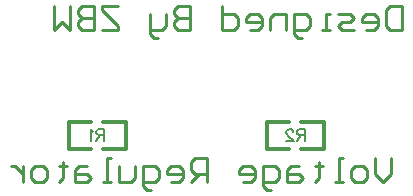
<source format=gbo>
G04*
G04 #@! TF.GenerationSoftware,Altium Limited,Altium Designer,18.1.9 (240)*
G04*
G04 Layer_Color=32896*
%FSLAX25Y25*%
%MOIN*%
G70*
G01*
G75*
%ADD12C,0.01000*%
%ADD13C,0.00600*%
%ADD33C,0.01200*%
D12*
X134000Y11997D02*
Y6666D01*
X131334Y4000D01*
X128668Y6666D01*
Y11997D01*
X124670Y4000D02*
X122004D01*
X120671Y5333D01*
Y7999D01*
X122004Y9332D01*
X124670D01*
X126003Y7999D01*
Y5333D01*
X124670Y4000D01*
X118005D02*
X115339D01*
X116672D01*
Y11997D01*
X118005D01*
X110008Y10665D02*
Y9332D01*
X111341D01*
X108675D01*
X110008D01*
Y5333D01*
X108675Y4000D01*
X103343Y9332D02*
X100677D01*
X99345Y7999D01*
Y4000D01*
X103343D01*
X104676Y5333D01*
X103343Y6666D01*
X99345D01*
X94013Y1334D02*
X92680D01*
X91347Y2667D01*
Y9332D01*
X95346D01*
X96679Y7999D01*
Y5333D01*
X95346Y4000D01*
X91347D01*
X84683D02*
X87348D01*
X88681Y5333D01*
Y7999D01*
X87348Y9332D01*
X84683D01*
X83350Y7999D01*
Y6666D01*
X88681D01*
X72686Y4000D02*
Y11997D01*
X68688D01*
X67355Y10665D01*
Y7999D01*
X68688Y6666D01*
X72686D01*
X70021D02*
X67355Y4000D01*
X60690D02*
X63356D01*
X64689Y5333D01*
Y7999D01*
X63356Y9332D01*
X60690D01*
X59358Y7999D01*
Y6666D01*
X64689D01*
X54026Y1334D02*
X52693D01*
X51360Y2667D01*
Y9332D01*
X55359D01*
X56692Y7999D01*
Y5333D01*
X55359Y4000D01*
X51360D01*
X48694Y9332D02*
Y5333D01*
X47361Y4000D01*
X43363D01*
Y9332D01*
X40697Y4000D02*
X38031D01*
X39364D01*
Y11997D01*
X40697D01*
X32699Y9332D02*
X30034D01*
X28701Y7999D01*
Y4000D01*
X32699D01*
X34032Y5333D01*
X32699Y6666D01*
X28701D01*
X24702Y10665D02*
Y9332D01*
X26035D01*
X23369D01*
X24702D01*
Y5333D01*
X23369Y4000D01*
X18037D02*
X15372D01*
X14039Y5333D01*
Y7999D01*
X15372Y9332D01*
X18037D01*
X19370Y7999D01*
Y5333D01*
X18037Y4000D01*
X11373Y9332D02*
Y4000D01*
Y6666D01*
X10040Y7999D01*
X8707Y9332D01*
X7374D01*
X137500Y62497D02*
Y54500D01*
X133501D01*
X132168Y55833D01*
Y61164D01*
X133501Y62497D01*
X137500D01*
X125504Y54500D02*
X128170D01*
X129503Y55833D01*
Y58499D01*
X128170Y59832D01*
X125504D01*
X124171Y58499D01*
Y57166D01*
X129503D01*
X121505Y54500D02*
X117507D01*
X116174Y55833D01*
X117507Y57166D01*
X120172D01*
X121505Y58499D01*
X120172Y59832D01*
X116174D01*
X113508Y54500D02*
X110842D01*
X112175D01*
Y59832D01*
X113508D01*
X104177Y51834D02*
X102845D01*
X101512Y53167D01*
Y59832D01*
X105510D01*
X106843Y58499D01*
Y55833D01*
X105510Y54500D01*
X101512D01*
X98846D02*
Y59832D01*
X94847D01*
X93514Y58499D01*
Y54500D01*
X86850D02*
X89516D01*
X90848Y55833D01*
Y58499D01*
X89516Y59832D01*
X86850D01*
X85517Y58499D01*
Y57166D01*
X90848D01*
X77519Y62497D02*
Y54500D01*
X81518D01*
X82851Y55833D01*
Y58499D01*
X81518Y59832D01*
X77519D01*
X66856Y62497D02*
Y54500D01*
X62858D01*
X61525Y55833D01*
Y57166D01*
X62858Y58499D01*
X66856D01*
X62858D01*
X61525Y59832D01*
Y61164D01*
X62858Y62497D01*
X66856D01*
X58859Y59832D02*
Y55833D01*
X57526Y54500D01*
X53527D01*
Y53167D01*
X54860Y51834D01*
X56193D01*
X53527Y54500D02*
Y59832D01*
X42864Y62497D02*
X37532D01*
Y61164D01*
X42864Y55833D01*
Y54500D01*
X37532D01*
X34867Y62497D02*
Y54500D01*
X30868D01*
X29535Y55833D01*
Y57166D01*
X30868Y58499D01*
X34867D01*
X30868D01*
X29535Y59832D01*
Y61164D01*
X30868Y62497D01*
X34867D01*
X26869D02*
Y54500D01*
X24203Y57166D01*
X21538Y54500D01*
Y62497D01*
D13*
X105100Y21506D02*
Y17506D01*
Y21506D02*
X103386D01*
X102815Y21315D01*
X102624Y21125D01*
X102434Y20744D01*
Y20363D01*
X102624Y19982D01*
X102815Y19792D01*
X103386Y19601D01*
X105100D01*
X103767D02*
X102434Y17506D01*
X101348Y20553D02*
Y20744D01*
X101158Y21125D01*
X100968Y21315D01*
X100587Y21506D01*
X99825D01*
X99444Y21315D01*
X99254Y21125D01*
X99063Y20744D01*
Y20363D01*
X99254Y19982D01*
X99634Y19411D01*
X101539Y17506D01*
X98873D01*
X38300Y21518D02*
Y17519D01*
Y21518D02*
X36586D01*
X36015Y21328D01*
X35824Y21137D01*
X35634Y20757D01*
Y20376D01*
X35824Y19995D01*
X36015Y19804D01*
X36586Y19614D01*
X38300D01*
X36967D02*
X35634Y17519D01*
X34739Y20757D02*
X34358Y20947D01*
X33787Y21518D01*
Y17519D01*
D33*
X26500Y15006D02*
Y24006D01*
X45500Y15006D02*
Y24006D01*
X26500D02*
X34000D01*
X26500Y15006D02*
X34000D01*
X38000D02*
X45500D01*
X38000Y24006D02*
X45500D01*
X111500Y15006D02*
Y24006D01*
X92500Y15006D02*
Y24006D01*
X104000Y15006D02*
X111500D01*
X104000Y24006D02*
X111500D01*
X92500D02*
X100000D01*
X92500Y15006D02*
X100000D01*
M02*

</source>
